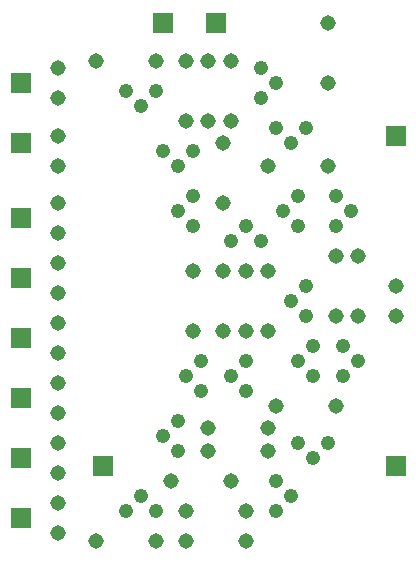
<source format=gtl>
G75*
G70*
%OFA0B0*%
%FSLAX24Y24*%
%IPPOS*%
%LPD*%
%AMOC8*
5,1,8,0,0,1.08239X$1,22.5*
%
%ADD10C,0.0515*%
%ADD11R,0.0709X0.0709*%
%ADD12C,0.0476*%
D10*
X002600Y002600D03*
X002600Y003600D03*
X002600Y004600D03*
X002600Y005600D03*
X002600Y006600D03*
X002600Y007600D03*
X002600Y008600D03*
X002600Y009600D03*
X002600Y010600D03*
X002600Y011600D03*
X002600Y012600D03*
X002600Y013600D03*
X002600Y014850D03*
X002600Y015850D03*
X002600Y017100D03*
X002600Y018100D03*
X003850Y018350D03*
X005850Y018350D03*
X006850Y018350D03*
X007600Y018350D03*
X008350Y018350D03*
X008350Y016350D03*
X008100Y015600D03*
X007600Y016350D03*
X006850Y016350D03*
X008100Y013600D03*
X009600Y014850D03*
X011600Y014850D03*
X011600Y017600D03*
X011600Y019600D03*
X011850Y011850D03*
X012600Y011850D03*
X013850Y010850D03*
X013850Y009850D03*
X012600Y009850D03*
X011850Y009850D03*
X011850Y006850D03*
X009850Y006850D03*
X009600Y006100D03*
X009600Y005350D03*
X008350Y004350D03*
X007600Y005350D03*
X007600Y006100D03*
X006350Y004350D03*
X006850Y003350D03*
X006850Y002350D03*
X005850Y002350D03*
X003850Y002350D03*
X008850Y002350D03*
X008850Y003350D03*
X008850Y009350D03*
X008100Y009350D03*
X007100Y009350D03*
X007100Y011350D03*
X008100Y011350D03*
X008850Y011350D03*
X009600Y011350D03*
X009600Y009350D03*
D11*
X001350Y003100D03*
X001350Y005100D03*
X001350Y007100D03*
X001350Y009100D03*
X001350Y011100D03*
X001350Y013100D03*
X001350Y015600D03*
X001350Y017600D03*
X006100Y019600D03*
X007850Y019600D03*
X013850Y015850D03*
X013850Y004850D03*
X004100Y004850D03*
D12*
X004850Y003350D03*
X005350Y003850D03*
X005850Y003350D03*
X006600Y005350D03*
X006100Y005850D03*
X006600Y006350D03*
X007350Y007350D03*
X006850Y007850D03*
X007350Y008350D03*
X008350Y007850D03*
X008850Y007350D03*
X008850Y008350D03*
X010350Y010350D03*
X010850Y009850D03*
X010850Y010850D03*
X010600Y012850D03*
X010100Y013350D03*
X010600Y013850D03*
X009350Y012350D03*
X008850Y012850D03*
X008350Y012350D03*
X007100Y012850D03*
X006600Y013350D03*
X007100Y013850D03*
X006600Y014850D03*
X006100Y015350D03*
X007100Y015350D03*
X005850Y017350D03*
X005350Y016850D03*
X004850Y017350D03*
X009350Y017100D03*
X009850Y017600D03*
X009350Y018100D03*
X009850Y016100D03*
X010350Y015600D03*
X010850Y016100D03*
X011850Y013850D03*
X012350Y013350D03*
X011850Y012850D03*
X012100Y008850D03*
X012600Y008350D03*
X012100Y007850D03*
X011100Y007850D03*
X010600Y008350D03*
X011100Y008850D03*
X010600Y005600D03*
X011100Y005100D03*
X011600Y005600D03*
X010350Y003850D03*
X009850Y003350D03*
X009850Y004350D03*
M02*

</source>
